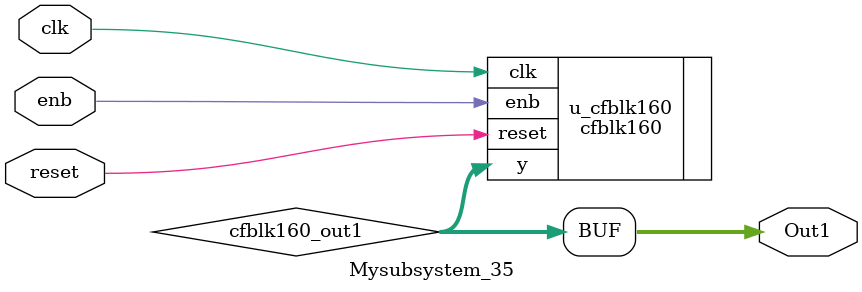
<source format=v>



`timescale 1 ns / 1 ns

module Mysubsystem_35
          (clk,
           reset,
           enb,
           Out1);


  input   clk;
  input   reset;
  input   enb;
  output  [15:0] Out1;  // uint16


  wire [15:0] cfblk160_out1;  // uint16


  cfblk160 u_cfblk160 (.clk(clk),
                       .reset(reset),
                       .enb(enb),
                       .y(cfblk160_out1)  // uint16
                       );

  assign Out1 = cfblk160_out1;

endmodule  // Mysubsystem_35


</source>
